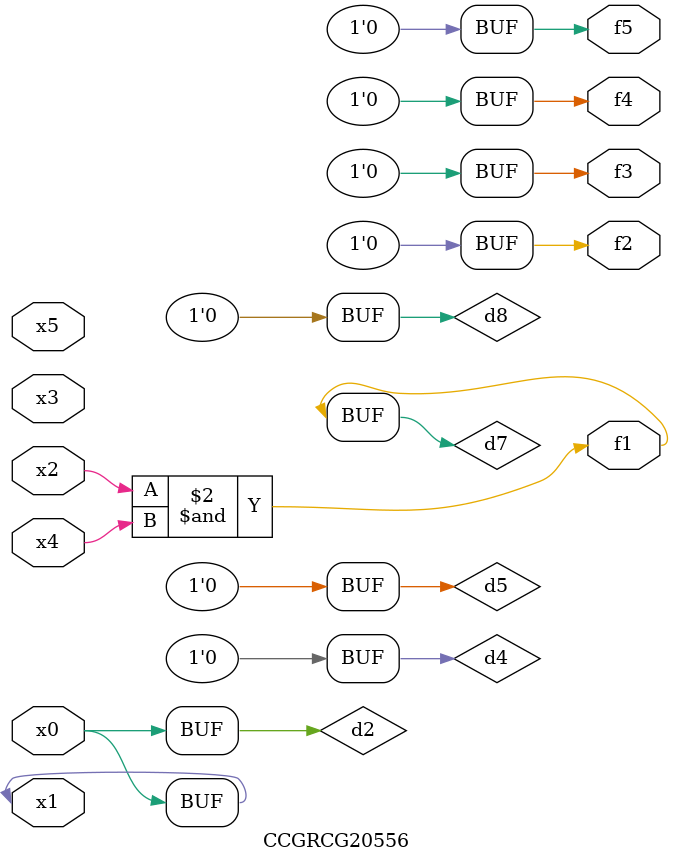
<source format=v>
module CCGRCG20556(
	input x0, x1, x2, x3, x4, x5,
	output f1, f2, f3, f4, f5
);

	wire d1, d2, d3, d4, d5, d6, d7, d8, d9;

	nand (d1, x1);
	buf (d2, x0, x1);
	nand (d3, x2, x4);
	and (d4, d1, d2);
	and (d5, d1, d2);
	nand (d6, d1, d3);
	not (d7, d3);
	xor (d8, d5);
	nor (d9, d5, d6);
	assign f1 = d7;
	assign f2 = d8;
	assign f3 = d8;
	assign f4 = d8;
	assign f5 = d8;
endmodule

</source>
